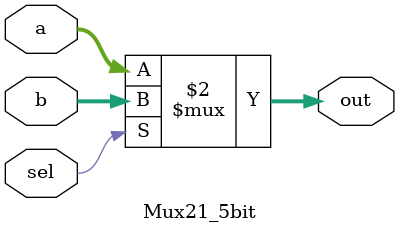
<source format=v>
`timescale 1ns/100ps

module Mux21_5bit(sel, a, b, out);
  input sel;
  input [4:0] a, b;
  output [4:0] out;
  
  assign out = (sel == 0) ? a : b;
endmodule
</source>
